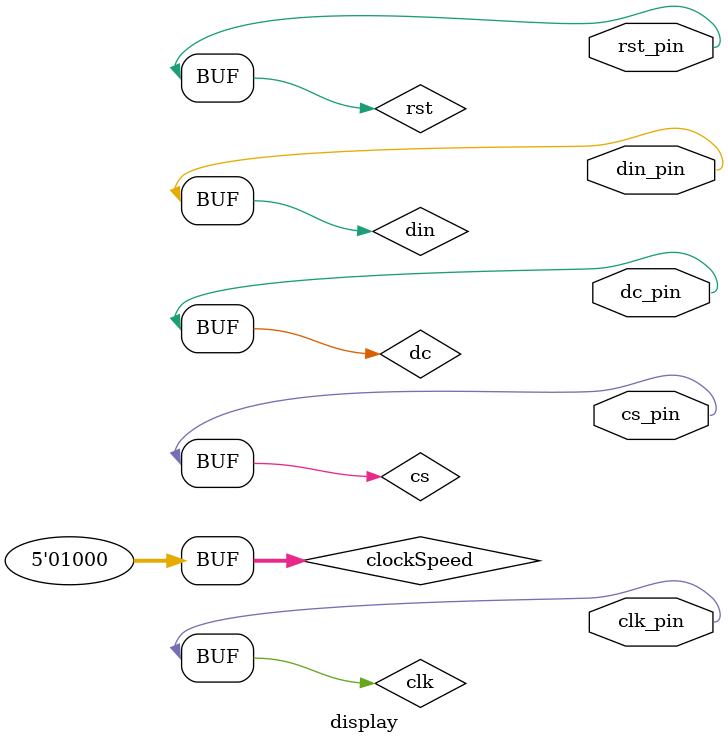
<source format=v>
`timescale 1ns / 1ps


module display(
    output din_pin, // data input
    output clk_pin, // clock input, min 300 ns
    output cs_pin, // chip select, active low
    output dc_pin, // data/cmd select, cmd low, data high
    output rst_pin // reset, active low
);
    reg din;
    reg clk;
    reg cs;
    reg dc;
    reg rst;
    assign din_pin = din;
    assign clk_pin = clk;
    assign cs_pin = cs;
    assign dc_pin = dc;
    assign rst_pin = rst;
    
    reg enabled;
    reg reset;
    reg transmit;
    reg [7:0] data;
    reg type;
    reg [2:0] index;
    
    reg allOn;
    reg invert;
    reg slowMode;
    reg [4:0] clockSpeed = 8;
    
    
endmodule

// for some fucking reason vivado doesn't support hierarchical references for tasks inside modules, so i had to do this mess
task automatic display_tick(input c, output din, output clk, output cs, output dc, output rst, inout reset, inout transmit, inout [7:0] data, inout type, inout [2:0] index);
    begin
        clk = c;
        if (clk == 0) begin
            if (reset) begin
                din = 1;
                cs = 1;
                dc = 1;
                rst = 0;
                reset = 0;
                
            end else if (transmit) begin
                cs = 0;
                rst = 1;
                din = data[7-index];
                dc = type;
                index = index + 1;
                if (index == 0) begin
                    transmit = 0;
                    data = 0;
                    type = 0;
                    index = 0;
                end
                
            end else begin
                din = 1;
                cs = 1;
                dc = 1;
                rst = 1;
                
            end
        end
    end
endtask

task automatic display_transmit(input [7:0] d, input t, output [7:0] data, output type, inout transmit);
    begin
        if (!transmit) begin
            transmit = 1;
            data = d;
            type = t;
        end
    end
endtask

</source>
